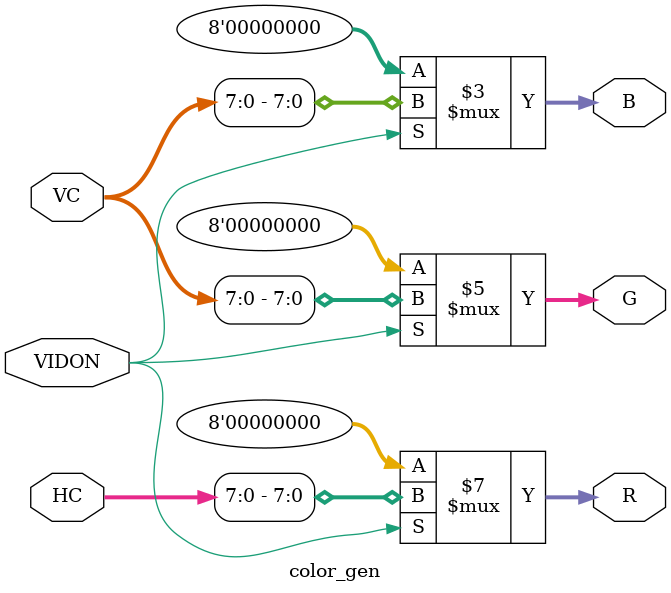
<source format=v>
/* Module:      color_gen
	Description: Generates an "image" on 
					 screen when VIDON is enabled */
module color_gen(
	VIDON,
	HC,
	VC,
	R,
	G,
	B
	);

// |--------------------|
// | Port Declarations  |
// | -------------------|
input VIDON;
input [9:0] HC;
input [9:0] VC;
output reg [7:0] R;
output reg [7:0] G;
output reg [7:0] B;





// |---------------------|
// | Signal Declarations |
// | --------------------|


always @ (VIDON, VC)
begin
	// When VIDON is not enabled
	R <= 8'b00000000;
	G <= 8'b00000000;
	B <= 8'b00000000;

	// When VIDON is enabled
	if( VIDON == 1'b1 )
	begin
	
		// Begin color generation
		G <= VC;
		R <= HC;
		B <= VC;
	end
end
	
endmodule


</source>
